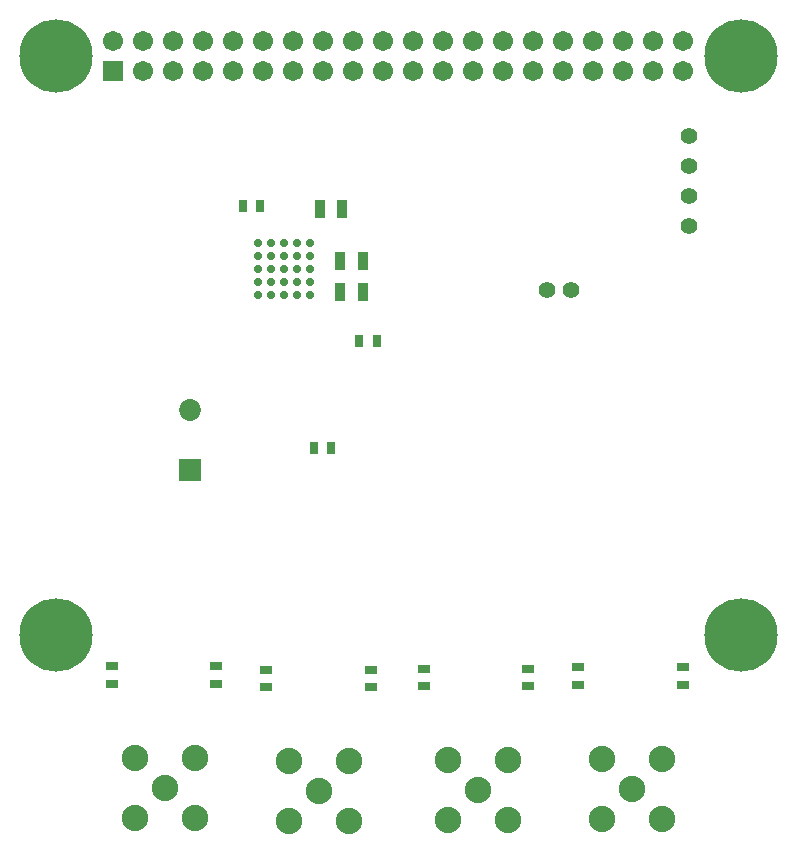
<source format=gbs>
G04*
G04 #@! TF.GenerationSoftware,Altium Limited,Altium Designer,19.1.8 (144)*
G04*
G04 Layer_Color=16711935*
%FSLAX25Y25*%
%MOIN*%
G70*
G01*
G75*
%ADD38R,0.02769X0.04343*%
%ADD39R,0.04343X0.02769*%
%ADD45R,0.03556X0.05918*%
%ADD57C,0.08800*%
%ADD58R,0.06706X0.06706*%
%ADD59C,0.06706*%
%ADD60C,0.05524*%
%ADD61C,0.07296*%
%ADD62R,0.07296X0.07296*%
%ADD63C,0.24422*%
%ADD64C,0.02769*%
D38*
X145079Y220079D02*
D03*
X139173D02*
D03*
X160299Y255716D02*
D03*
X154393D02*
D03*
X121457Y300787D02*
D03*
X115551D02*
D03*
D39*
X123446Y146277D02*
D03*
Y140371D02*
D03*
X262205Y147047D02*
D03*
Y141142D02*
D03*
X227383Y147064D02*
D03*
Y141158D02*
D03*
X210630Y146653D02*
D03*
Y140748D02*
D03*
X175808Y146670D02*
D03*
Y140765D02*
D03*
X158268Y146260D02*
D03*
Y140354D02*
D03*
X71871Y147458D02*
D03*
Y141552D02*
D03*
X106693Y147441D02*
D03*
Y141535D02*
D03*
D45*
X155575Y272252D02*
D03*
X148094D02*
D03*
X155575Y282488D02*
D03*
X148094D02*
D03*
X141204Y299811D02*
D03*
X148685D02*
D03*
D57*
X245276Y106486D02*
D03*
X255276Y116486D02*
D03*
Y96486D02*
D03*
X235276Y116486D02*
D03*
Y96486D02*
D03*
X194095Y106093D02*
D03*
X204095Y116093D02*
D03*
Y96092D02*
D03*
X184095Y116093D02*
D03*
Y96092D02*
D03*
X140945Y105699D02*
D03*
X150945Y115699D02*
D03*
Y95699D02*
D03*
X130945Y115699D02*
D03*
Y95699D02*
D03*
X89764Y106880D02*
D03*
X99764Y116880D02*
D03*
Y96880D02*
D03*
X79764Y116880D02*
D03*
Y96880D02*
D03*
D58*
X72331Y345709D02*
D03*
D59*
Y355709D02*
D03*
X82331Y345709D02*
D03*
Y355709D02*
D03*
X92331Y345709D02*
D03*
Y355709D02*
D03*
X102331Y345709D02*
D03*
Y355709D02*
D03*
X112331Y345709D02*
D03*
Y355709D02*
D03*
X122331Y345709D02*
D03*
Y355709D02*
D03*
X132331Y345709D02*
D03*
Y355709D02*
D03*
X142331Y345709D02*
D03*
Y355709D02*
D03*
X152331Y345709D02*
D03*
Y355709D02*
D03*
X162331Y345709D02*
D03*
Y355709D02*
D03*
X172331Y345709D02*
D03*
Y355709D02*
D03*
X182331Y345709D02*
D03*
Y355709D02*
D03*
X192331Y345709D02*
D03*
Y355709D02*
D03*
X202331Y345709D02*
D03*
Y355709D02*
D03*
X212331Y345709D02*
D03*
Y355709D02*
D03*
X222331Y345709D02*
D03*
Y355709D02*
D03*
X262331D02*
D03*
Y345709D02*
D03*
X252331Y355709D02*
D03*
Y345709D02*
D03*
X242331Y355709D02*
D03*
Y345709D02*
D03*
X232331Y355709D02*
D03*
Y345709D02*
D03*
D60*
X224803Y272835D02*
D03*
X216929D02*
D03*
X264173Y294173D02*
D03*
Y304173D02*
D03*
Y324173D02*
D03*
Y314173D02*
D03*
D61*
X98032Y232992D02*
D03*
D62*
Y212992D02*
D03*
D63*
X53158Y350709D02*
D03*
Y157795D02*
D03*
X281504Y350709D02*
D03*
Y157795D02*
D03*
D64*
X120732Y271071D02*
D03*
Y275402D02*
D03*
Y279732D02*
D03*
Y284063D02*
D03*
Y288394D02*
D03*
X125063Y271071D02*
D03*
Y275402D02*
D03*
Y279732D02*
D03*
Y284063D02*
D03*
Y288394D02*
D03*
X129393Y271071D02*
D03*
Y275402D02*
D03*
Y279732D02*
D03*
Y284063D02*
D03*
Y288394D02*
D03*
X133724Y271071D02*
D03*
Y275402D02*
D03*
Y279732D02*
D03*
Y284063D02*
D03*
Y288394D02*
D03*
X138055Y271071D02*
D03*
Y275402D02*
D03*
Y279732D02*
D03*
Y284063D02*
D03*
Y288394D02*
D03*
M02*

</source>
